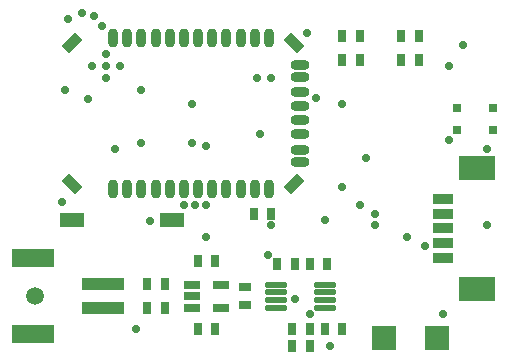
<source format=gbr>
%TF.GenerationSoftware,Altium Limited,Altium Designer,18.1.9 (240)*%
G04 Layer_Color=8388736*
%FSLAX26Y26*%
%MOIN*%
%TF.FileFunction,Soldermask,Top*%
%TF.Part,Single*%
G01*
G75*
%TA.AperFunction,SMDPad,CuDef*%
%ADD50R,0.027622X0.039433*%
%ADD55R,0.039433X0.027622*%
%TA.AperFunction,ViaPad*%
%ADD61C,0.059118*%
%ADD62C,0.027622*%
%TA.AperFunction,SMDPad,CuDef*%
%ADD70R,0.082740X0.047307*%
%ADD71O,0.035496X0.063055*%
%ADD72O,0.063055X0.035496*%
G04:AMPARAMS|DCode=73|XSize=35.496mil|YSize=63.055mil|CornerRadius=0mil|HoleSize=0mil|Usage=FLASHONLY|Rotation=135.000|XOffset=0mil|YOffset=0mil|HoleType=Round|Shape=Rectangle|*
%AMROTATEDRECTD73*
4,1,4,0.034843,0.009744,-0.009744,-0.034843,-0.034843,-0.009744,0.009744,0.034843,0.034843,0.009744,0.0*
%
%ADD73ROTATEDRECTD73*%

G04:AMPARAMS|DCode=74|XSize=35.496mil|YSize=63.055mil|CornerRadius=0mil|HoleSize=0mil|Usage=FLASHONLY|Rotation=45.000|XOffset=0mil|YOffset=0mil|HoleType=Round|Shape=Rectangle|*
%AMROTATEDRECTD74*
4,1,4,0.009744,-0.034843,-0.034843,0.009744,-0.009744,0.034843,0.034843,-0.009744,0.009744,-0.034843,0.0*
%
%ADD74ROTATEDRECTD74*%

%ADD75R,0.066992X0.035496*%
%ADD76R,0.122110X0.082740*%
%ADD77R,0.027622X0.027622*%
%ADD78R,0.141795X0.043370*%
%ADD79R,0.141795X0.063055*%
%ADD80R,0.082740X0.082740*%
%ADD81O,0.074866X0.021716*%
%ADD82R,0.054000X0.027622*%
%ADD83R,0.054000X0.027622*%
D50*
X895669Y551181D02*
D03*
X954725D02*
D03*
X1387795Y1062992D02*
D03*
X1446851D02*
D03*
X1250000Y1062991D02*
D03*
X1190945D02*
D03*
Y1141731D02*
D03*
X1250000D02*
D03*
X1387795Y1141732D02*
D03*
X1446851D02*
D03*
X1131889Y167323D02*
D03*
X1190945D02*
D03*
X1141732Y383860D02*
D03*
X1082677D02*
D03*
X1023622Y108268D02*
D03*
X1082677D02*
D03*
Y167323D02*
D03*
X1023622D02*
D03*
X1033464Y383859D02*
D03*
X974409D02*
D03*
X708661Y167323D02*
D03*
X767717D02*
D03*
X708661Y393701D02*
D03*
X767717D02*
D03*
X541338Y314961D02*
D03*
X600394D02*
D03*
Y236220D02*
D03*
X541338D02*
D03*
D55*
X866143Y305118D02*
D03*
Y246063D02*
D03*
D61*
X167323Y275591D02*
D03*
D62*
X549440Y527854D02*
D03*
X255905Y590551D02*
D03*
X662308Y579169D02*
D03*
X698817Y580707D02*
D03*
X388858Y1177933D02*
D03*
X364173Y1210630D02*
D03*
X344488Y932294D02*
D03*
X521654Y964567D02*
D03*
X265748D02*
D03*
X324803Y1220472D02*
D03*
X433071Y767716D02*
D03*
X1269685Y738189D02*
D03*
X1545276Y797244D02*
D03*
X738189Y777559D02*
D03*
X915354Y816929D02*
D03*
X1102362Y935039D02*
D03*
X1131890Y531496D02*
D03*
X1407480Y472441D02*
D03*
X1299213Y551181D02*
D03*
Y511811D02*
D03*
X1594488Y1112205D02*
D03*
X275591Y1200787D02*
D03*
X1250000Y580709D02*
D03*
X1466535Y442913D02*
D03*
X1525591Y216535D02*
D03*
X1190945Y639764D02*
D03*
Y915354D02*
D03*
X1072835Y1151575D02*
D03*
X738189Y580709D02*
D03*
Y472441D02*
D03*
X1082677Y216535D02*
D03*
X1151575Y108268D02*
D03*
X501969Y167323D02*
D03*
X944882Y413386D02*
D03*
X688976Y915354D02*
D03*
Y787402D02*
D03*
X521654D02*
D03*
X1673228Y767716D02*
D03*
Y511811D02*
D03*
X1033465Y265748D02*
D03*
X1545276Y1043307D02*
D03*
X954724Y511811D02*
D03*
X905512Y1003937D02*
D03*
X954724D02*
D03*
X403543Y1043307D02*
D03*
Y1003937D02*
D03*
Y1082677D02*
D03*
X450787Y1043307D02*
D03*
X356299D02*
D03*
D70*
X623458Y529386D02*
D03*
X288812D02*
D03*
D71*
X426919Y633858D02*
D03*
X474163D02*
D03*
X521407D02*
D03*
X568652D02*
D03*
X615896D02*
D03*
X663140D02*
D03*
X710384D02*
D03*
X757628D02*
D03*
X804872D02*
D03*
X852116D02*
D03*
X899360D02*
D03*
X946604D02*
D03*
Y1137795D02*
D03*
X899360D02*
D03*
X852116D02*
D03*
X804872D02*
D03*
X757628D02*
D03*
X710384D02*
D03*
X663140D02*
D03*
X615896D02*
D03*
X568652D02*
D03*
X521407D02*
D03*
X474163D02*
D03*
X426919D02*
D03*
D72*
X1048966Y1007874D02*
D03*
Y763780D02*
D03*
Y1047244D02*
D03*
Y956693D02*
D03*
Y909449D02*
D03*
Y862205D02*
D03*
Y814961D02*
D03*
Y724410D02*
D03*
D73*
X1031742Y650591D02*
D03*
X289616Y1121063D02*
D03*
D74*
Y650591D02*
D03*
X1031742Y1121063D02*
D03*
D75*
X1527559Y403543D02*
D03*
Y452756D02*
D03*
Y600394D02*
D03*
Y551181D02*
D03*
Y501969D02*
D03*
D76*
X1641732Y301181D02*
D03*
Y702756D02*
D03*
D77*
X1692913Y901575D02*
D03*
X1574803D02*
D03*
Y830709D02*
D03*
X1692913D02*
D03*
D78*
X393701Y236220D02*
D03*
Y314961D02*
D03*
D79*
X161417Y149606D02*
D03*
Y401575D02*
D03*
D80*
X1328740Y137795D02*
D03*
X1505906D02*
D03*
D81*
X971456Y313977D02*
D03*
Y288386D02*
D03*
Y262796D02*
D03*
Y237205D02*
D03*
X1134842Y313977D02*
D03*
Y288386D02*
D03*
Y262796D02*
D03*
Y237205D02*
D03*
D82*
X785427Y312967D02*
D03*
Y238163D02*
D03*
D83*
X690938Y312967D02*
D03*
Y275565D02*
D03*
X690945Y238189D02*
D03*
%TF.MD5,540851494799fb4df56f45c20d4c7a81*%
M02*

</source>
